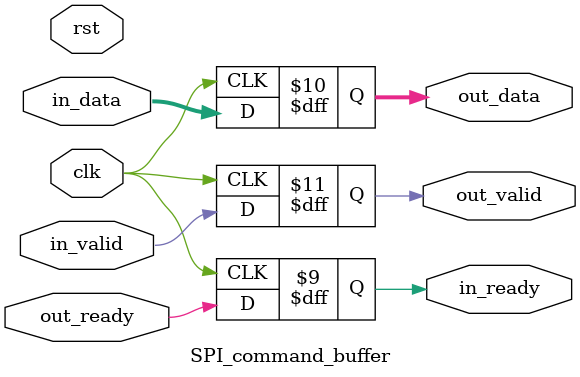
<source format=v>

module SPI_commander(
	input clk,
	input rst,
	
	// Command interface
	input com_start,
	input[7:0] com_cmd,
	input[23:0] com_arg,
	
	output reg com_rdy,
	
	// Byte interface
	
	output reg start = 'b0,
	output reg[7:0] data = 'b0,
	
	input rdy
	
);

reg[7:0] crc_data_in = 'b0;
reg crc_start = 'b0;
reg crc_clr = 'b0;

wire[7:0] crc_out;
wire crc_rdy;

SPI_QCRC7 spi_qcrc(
				.rst(rst),
				.clk(clk),
  
				.data_in(crc_data_in),
				.start(crc_start),
				.clr(crc_clr),
  
				.crc_out(crc_out),
				.rdy(crc_rdy)
);

localparam IDLE 			 = 7'b0000000;
localparam SEND 			 = 7'b0000001;
localparam CRC 			 = 7'b0000010;
localparam WAIT_CRC 		 = 7'b0000100;
localparam WAIT_SEND 	 = 7'b0001000;
localparam CHECK 			 = 7'b0010000;
localparam SEND_CRC  	 = 7'b0100000;
localparam WAIT_SEND_CRC = 7'b1000000;

reg[7:0] f_command[4:0];
reg[7:0] n_command[4:0];

integer n=0;

reg[6:0] f_state = IDLE;
reg[6:0] n_state = IDLE;

reg[2:0] f_num = 'b0;
reg[2:0] n_num = 'b0;

reg[7:0] f_crc = 'b0;
reg[7:0] n_crc = 'b0;

initial begin
	for(n = 0 ; n < 5 ; n = n + 1) begin
		f_command[n] = 'b0;
		n_command[n] = 'b0;
	end
end

always@(posedge clk)
	if(rst) begin
		for(n = 0 ; n < 5 ; n = n + 1) begin
			f_command[n] <= 'b0;
		end
		f_state <= IDLE;
		f_num <= 'd0;
		f_crc <= 'b0;
	end else
	begin
		for(n = 0 ; n < 5 ; n = n + 1) begin
			f_command[n] <= n_command[n];
		end
		f_state <= n_state;
		f_num <= n_num;
		f_crc <= n_crc;
	end
	
always@(*) begin
	for(n = 0 ; n < 5 ; n = n + 1) begin
		n_command[n] = f_command[n];
	end
	
	n_num = f_num;
	n_state = f_state;
	n_crc = f_crc;
	
	crc_data_in = 'b0;
	crc_start = 'b0;
	crc_clr = 'b0;
	
	com_rdy = 'b0;
	
	start = 'b0; 
	data = 'b0;
	
	case(f_state)
		IDLE: begin
			if(com_start) begin
				
				n_num = 'b0;
				n_state = SEND;
				n_crc = 'b0;
				
				crc_clr = 1'b1;
				
				n_command[0] = {2'b01,com_cmd[5:0]};
				n_command[1] = {com_cmd[7:6],6'b0};
				n_command[2] = com_arg[23:16];
				n_command[3] = com_arg[15:8];
				n_command[4] = com_arg[7:0];
				
			end
		end
		SEND: begin
			
			start = 1'b1; 
			data = f_command[f_num];
						
			n_state = CRC;
		end
		CRC: begin
			crc_data_in = f_command[f_num];
			crc_start = 1'b1;
			
			n_state = WAIT_CRC;
		end
		WAIT_CRC: begin
			if(crc_rdy) begin
				n_crc = crc_out;
				n_state = WAIT_SEND;
			end
		end
		WAIT_SEND: begin
			if(rdy) begin
				n_state = CHECK;
			end
		end
		CHECK: begin
			if(f_num == 4) begin
				n_state = SEND_CRC;
			end else
			begin
				n_state = SEND;
				n_num = f_num + 1;
			end
		end
		SEND_CRC: begin
			start = 1'b1; 
			data = f_crc;
			n_state = WAIT_SEND_CRC;
		end
		WAIT_SEND_CRC: begin
			if(rdy) begin
				n_state = IDLE;
				com_rdy = 'b1;
			end
		end
	
	endcase
	
	
	
end


endmodule



module SPI_command_buffer(
	input clk,
	input rst,
	
	input[40:0] in_data,
	input			in_valid,
	output reg  in_ready = 'b0,
	
	output reg[40:0] out_data = 'b0,
	output reg		  out_valid = 'b0,
	input 			  out_ready
);

always@(posedge clk)	begin
		out_data <= in_data;
		out_valid <= in_valid;
		in_ready <= out_ready;
	end
endmodule


</source>
